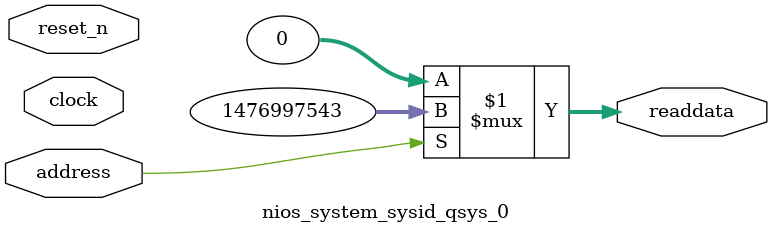
<source format=v>

`timescale 1ns / 1ps
// synthesis translate_on

// turn off superfluous verilog processor warnings 
// altera message_level Level1 
// altera message_off 10034 10035 10036 10037 10230 10240 10030 

module nios_system_sysid_qsys_0 (
               // inputs:
                address,
                clock,
                reset_n,

               // outputs:
                readdata
             )
;

  output  [ 31: 0] readdata;
  input            address;
  input            clock;
  input            reset_n;

  wire    [ 31: 0] readdata;
  //control_slave, which is an e_avalon_slave
  assign readdata = address ? 1476997543 : 0;

endmodule




</source>
